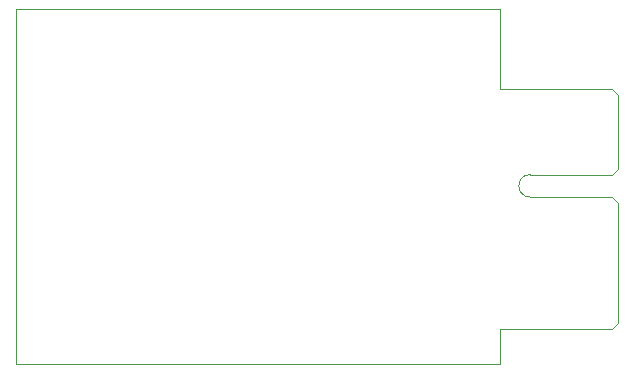
<source format=gbr>
G04 #@! TF.GenerationSoftware,KiCad,Pcbnew,(5.1.5-0-10_14)*
G04 #@! TF.CreationDate,2020-03-09T21:53:23-07:00*
G04 #@! TF.ProjectId,R1,52312e6b-6963-4616-945f-706362585858,rev?*
G04 #@! TF.SameCoordinates,Original*
G04 #@! TF.FileFunction,Profile,NP*
%FSLAX46Y46*%
G04 Gerber Fmt 4.6, Leading zero omitted, Abs format (unit mm)*
G04 Created by KiCad (PCBNEW (5.1.5-0-10_14)) date 2020-03-09 21:53:23*
%MOMM*%
%LPD*%
G04 APERTURE LIST*
%ADD10C,0.100000*%
G04 APERTURE END LIST*
D10*
X165700000Y-92600000D02*
X165700000Y-85800000D01*
X167300000Y-92600000D02*
X165700000Y-92600000D01*
X165700000Y-115800000D02*
X124700000Y-115800000D01*
X124700000Y-85800000D02*
X165700000Y-85800000D01*
X165700000Y-112900000D02*
X165700000Y-115800000D01*
X124700000Y-85800000D02*
X124700000Y-115800000D01*
X167300000Y-112900000D02*
X165700000Y-112900000D01*
X168250000Y-101700000D02*
X175200000Y-101700000D01*
X168250000Y-99800000D02*
X175200000Y-99800000D01*
X167300000Y-112900000D02*
X175200000Y-112900000D01*
X175700000Y-112400000D02*
X175700000Y-102200000D01*
X167300000Y-92600000D02*
X175200000Y-92600000D01*
X175700000Y-99300000D02*
X175700000Y-93100000D01*
X175200000Y-112900000D02*
X175700000Y-112400000D01*
X175200000Y-101700000D02*
X175700000Y-102200000D01*
X175200000Y-99800000D02*
X175700000Y-99300000D01*
X175200000Y-92600000D02*
X175700000Y-93100000D01*
X168250000Y-101700000D02*
G75*
G02X168250000Y-99800000I0J950000D01*
G01*
M02*

</source>
